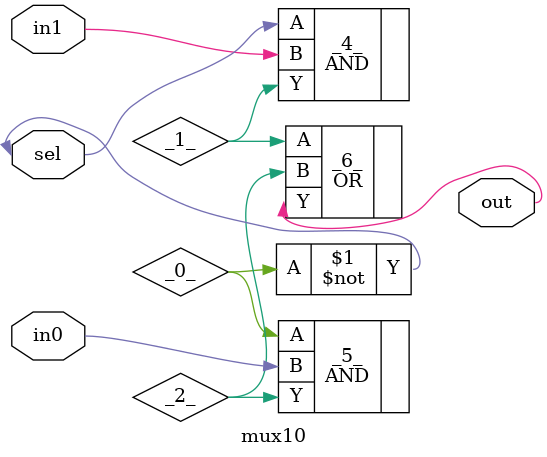
<source format=v>
/* Generated by Yosys 0.41+83 (git sha1 7045cf509, x86_64-w64-mingw32-g++ 13.2.1 -Os) */

/* cells_not_processed =  1  */
/* src = "mux10.v:2.1-7.10" */
module mux10(in0, in1, sel, out);
  wire _0_;
  wire _1_;
  wire _2_;
  /* src = "mux10.v:2.21-2.24" */
  input in0;
  wire in0;
  /* src = "mux10.v:2.26-2.29" */
  input in1;
  wire in1;
  /* src = "mux10.v:3.28-3.31" */
  output out;
  wire out;
  /* src = "mux10.v:2.31-2.34" */
  input sel;
  wire sel;
  not _3_ (
    .A(sel),
    .Y(_0_)
  );
  AND _4_ (
    .A(sel),
    .B(in1),
    .Y(_1_)
  );
  AND _5_ (
    .A(_0_),
    .B(in0),
    .Y(_2_)
  );
  OR _6_ (
    .A(_1_),
    .B(_2_),
    .Y(out)
  );
endmodule

</source>
